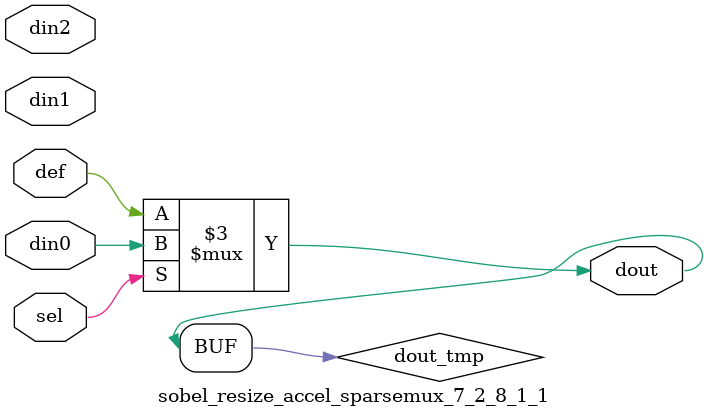
<source format=v>
`timescale 1ns / 1ps

module sobel_resize_accel_sparsemux_7_2_8_1_1 (din0,din1,din2,def,sel,dout);

parameter din0_WIDTH = 1;

parameter din1_WIDTH = 1;

parameter din2_WIDTH = 1;

parameter def_WIDTH = 1;
parameter sel_WIDTH = 1;
parameter dout_WIDTH = 1;

parameter [sel_WIDTH-1:0] CASE0 = 1;

parameter [sel_WIDTH-1:0] CASE1 = 1;

parameter [sel_WIDTH-1:0] CASE2 = 1;

parameter ID = 1;
parameter NUM_STAGE = 1;



input [din0_WIDTH-1:0] din0;

input [din1_WIDTH-1:0] din1;

input [din2_WIDTH-1:0] din2;

input [def_WIDTH-1:0] def;
input [sel_WIDTH-1:0] sel;

output [dout_WIDTH-1:0] dout;



reg [dout_WIDTH-1:0] dout_tmp;

always @ (*) begin
case (sel)
    
    CASE0 : dout_tmp = din0;
    
    CASE1 : dout_tmp = din1;
    
    CASE2 : dout_tmp = din2;
    
    default : dout_tmp = def;
endcase
end


assign dout = dout_tmp;



endmodule

</source>
